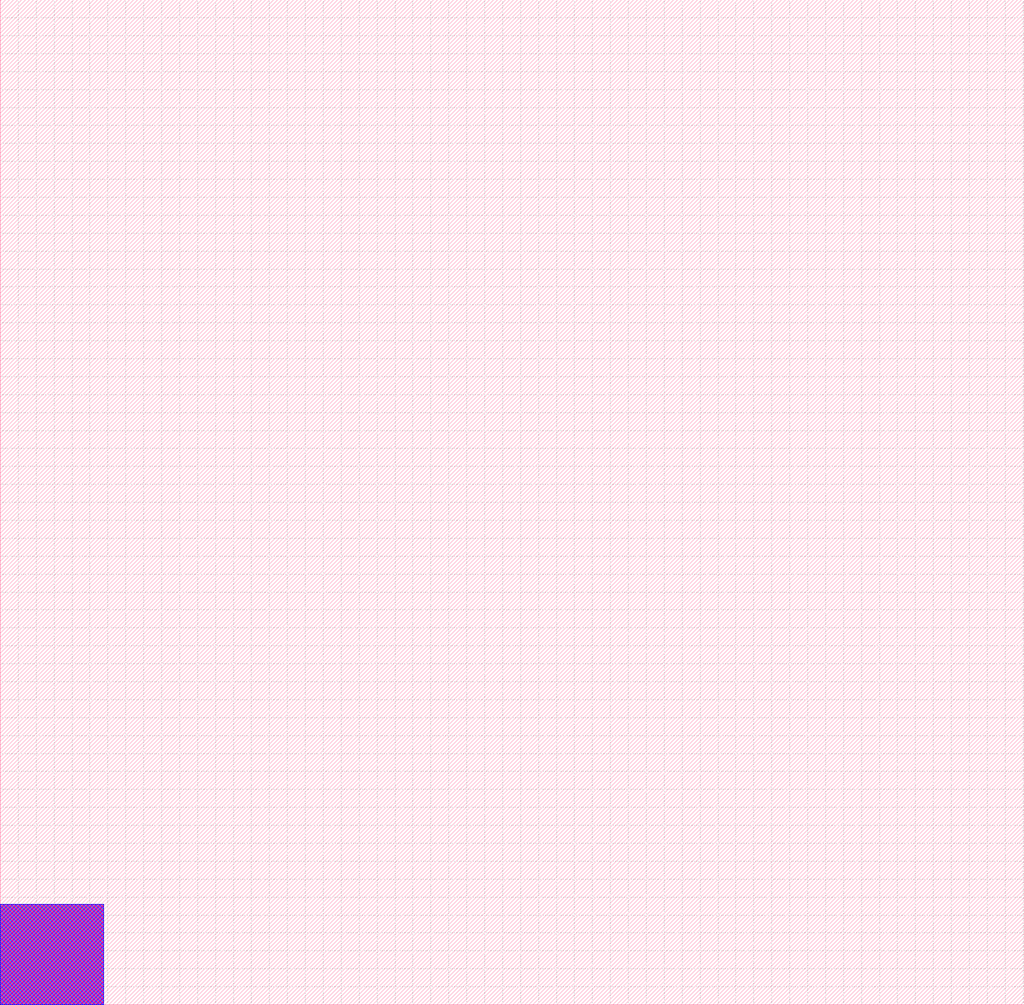
<source format=lef>
###############################################################
#  Generated by:      Cadence Innovus 21.10-p004_1
#  OS:                Linux x86_64(Host ID localhost.localdomain)
#  Generated on:      Fri Feb  3 11:39:12 2023
#  Design:            uart
#  Command:           write_lef_abstract uart.lef -top_layer 9 -stripe_pins
###############################################################

VERSION 5.8 ;

BUSBITCHARS "[]" ;
DIVIDERCHAR "/" ;

MACRO uart
  CLASS BLOCK ;
  SIZE 570.600000 BY 560.050000 ;
  FOREIGN uart 0.000000 0.000000 ;
  ORIGIN 0 0 ;
  SYMMETRY X Y R90 ;
  PIN sys_clk
    DIRECTION INPUT ;
    USE SIGNAL ;
  END sys_clk
  PIN sys_rst
    DIRECTION INPUT ;
    USE SIGNAL ;
  END sys_rst
  PIN csr_a[13]
    DIRECTION INPUT ;
    USE SIGNAL ;
  END csr_a[13]
  PIN csr_a[12]
    DIRECTION INPUT ;
    USE SIGNAL ;
  END csr_a[12]
  PIN csr_a[11]
    DIRECTION INPUT ;
    USE SIGNAL ;
  END csr_a[11]
  PIN csr_a[10]
    DIRECTION INPUT ;
    USE SIGNAL ;
  END csr_a[10]
  PIN csr_a[9]
    DIRECTION INPUT ;
    USE SIGNAL ;
  END csr_a[9]
  PIN csr_a[8]
    DIRECTION INPUT ;
    USE SIGNAL ;
  END csr_a[8]
  PIN csr_a[7]
    DIRECTION INPUT ;
    USE SIGNAL ;
  END csr_a[7]
  PIN csr_a[6]
    DIRECTION INPUT ;
    USE SIGNAL ;
  END csr_a[6]
  PIN csr_a[5]
    DIRECTION INPUT ;
    USE SIGNAL ;
  END csr_a[5]
  PIN csr_a[4]
    DIRECTION INPUT ;
    USE SIGNAL ;
  END csr_a[4]
  PIN csr_a[3]
    DIRECTION INPUT ;
    USE SIGNAL ;
  END csr_a[3]
  PIN csr_a[2]
    DIRECTION INPUT ;
    USE SIGNAL ;
  END csr_a[2]
  PIN csr_a[1]
    DIRECTION INPUT ;
    USE SIGNAL ;
  END csr_a[1]
  PIN csr_a[0]
    DIRECTION INPUT ;
    USE SIGNAL ;
  END csr_a[0]
  PIN csr_we
    DIRECTION INPUT ;
    USE SIGNAL ;
  END csr_we
  PIN csr_di[31]
    DIRECTION INPUT ;
    USE SIGNAL ;
  END csr_di[31]
  PIN csr_di[30]
    DIRECTION INPUT ;
    USE SIGNAL ;
  END csr_di[30]
  PIN csr_di[29]
    DIRECTION INPUT ;
    USE SIGNAL ;
  END csr_di[29]
  PIN csr_di[28]
    DIRECTION INPUT ;
    USE SIGNAL ;
  END csr_di[28]
  PIN csr_di[27]
    DIRECTION INPUT ;
    USE SIGNAL ;
  END csr_di[27]
  PIN csr_di[26]
    DIRECTION INPUT ;
    USE SIGNAL ;
  END csr_di[26]
  PIN csr_di[25]
    DIRECTION INPUT ;
    USE SIGNAL ;
  END csr_di[25]
  PIN csr_di[24]
    DIRECTION INPUT ;
    USE SIGNAL ;
  END csr_di[24]
  PIN csr_di[23]
    DIRECTION INPUT ;
    USE SIGNAL ;
  END csr_di[23]
  PIN csr_di[22]
    DIRECTION INPUT ;
    USE SIGNAL ;
  END csr_di[22]
  PIN csr_di[21]
    DIRECTION INPUT ;
    USE SIGNAL ;
  END csr_di[21]
  PIN csr_di[20]
    DIRECTION INPUT ;
    USE SIGNAL ;
  END csr_di[20]
  PIN csr_di[19]
    DIRECTION INPUT ;
    USE SIGNAL ;
  END csr_di[19]
  PIN csr_di[18]
    DIRECTION INPUT ;
    USE SIGNAL ;
  END csr_di[18]
  PIN csr_di[17]
    DIRECTION INPUT ;
    USE SIGNAL ;
  END csr_di[17]
  PIN csr_di[16]
    DIRECTION INPUT ;
    USE SIGNAL ;
  END csr_di[16]
  PIN csr_di[15]
    DIRECTION INPUT ;
    USE SIGNAL ;
  END csr_di[15]
  PIN csr_di[14]
    DIRECTION INPUT ;
    USE SIGNAL ;
  END csr_di[14]
  PIN csr_di[13]
    DIRECTION INPUT ;
    USE SIGNAL ;
  END csr_di[13]
  PIN csr_di[12]
    DIRECTION INPUT ;
    USE SIGNAL ;
  END csr_di[12]
  PIN csr_di[11]
    DIRECTION INPUT ;
    USE SIGNAL ;
  END csr_di[11]
  PIN csr_di[10]
    DIRECTION INPUT ;
    USE SIGNAL ;
  END csr_di[10]
  PIN csr_di[9]
    DIRECTION INPUT ;
    USE SIGNAL ;
  END csr_di[9]
  PIN csr_di[8]
    DIRECTION INPUT ;
    USE SIGNAL ;
  END csr_di[8]
  PIN csr_di[7]
    DIRECTION INPUT ;
    USE SIGNAL ;
  END csr_di[7]
  PIN csr_di[6]
    DIRECTION INPUT ;
    USE SIGNAL ;
  END csr_di[6]
  PIN csr_di[5]
    DIRECTION INPUT ;
    USE SIGNAL ;
  END csr_di[5]
  PIN csr_di[4]
    DIRECTION INPUT ;
    USE SIGNAL ;
  END csr_di[4]
  PIN csr_di[3]
    DIRECTION INPUT ;
    USE SIGNAL ;
  END csr_di[3]
  PIN csr_di[2]
    DIRECTION INPUT ;
    USE SIGNAL ;
  END csr_di[2]
  PIN csr_di[1]
    DIRECTION INPUT ;
    USE SIGNAL ;
  END csr_di[1]
  PIN csr_di[0]
    DIRECTION INPUT ;
    USE SIGNAL ;
  END csr_di[0]
  PIN csr_do[31]
    DIRECTION OUTPUT ;
    USE SIGNAL ;
  END csr_do[31]
  PIN csr_do[30]
    DIRECTION OUTPUT ;
    USE SIGNAL ;
  END csr_do[30]
  PIN csr_do[29]
    DIRECTION OUTPUT ;
    USE SIGNAL ;
  END csr_do[29]
  PIN csr_do[28]
    DIRECTION OUTPUT ;
    USE SIGNAL ;
  END csr_do[28]
  PIN csr_do[27]
    DIRECTION OUTPUT ;
    USE SIGNAL ;
  END csr_do[27]
  PIN csr_do[26]
    DIRECTION OUTPUT ;
    USE SIGNAL ;
  END csr_do[26]
  PIN csr_do[25]
    DIRECTION OUTPUT ;
    USE SIGNAL ;
  END csr_do[25]
  PIN csr_do[24]
    DIRECTION OUTPUT ;
    USE SIGNAL ;
  END csr_do[24]
  PIN csr_do[23]
    DIRECTION OUTPUT ;
    USE SIGNAL ;
  END csr_do[23]
  PIN csr_do[22]
    DIRECTION OUTPUT ;
    USE SIGNAL ;
  END csr_do[22]
  PIN csr_do[21]
    DIRECTION OUTPUT ;
    USE SIGNAL ;
  END csr_do[21]
  PIN csr_do[20]
    DIRECTION OUTPUT ;
    USE SIGNAL ;
  END csr_do[20]
  PIN csr_do[19]
    DIRECTION OUTPUT ;
    USE SIGNAL ;
  END csr_do[19]
  PIN csr_do[18]
    DIRECTION OUTPUT ;
    USE SIGNAL ;
  END csr_do[18]
  PIN csr_do[17]
    DIRECTION OUTPUT ;
    USE SIGNAL ;
  END csr_do[17]
  PIN csr_do[16]
    DIRECTION OUTPUT ;
    USE SIGNAL ;
  END csr_do[16]
  PIN csr_do[15]
    DIRECTION OUTPUT ;
    USE SIGNAL ;
  END csr_do[15]
  PIN csr_do[14]
    DIRECTION OUTPUT ;
    USE SIGNAL ;
  END csr_do[14]
  PIN csr_do[13]
    DIRECTION OUTPUT ;
    USE SIGNAL ;
  END csr_do[13]
  PIN csr_do[12]
    DIRECTION OUTPUT ;
    USE SIGNAL ;
  END csr_do[12]
  PIN csr_do[11]
    DIRECTION OUTPUT ;
    USE SIGNAL ;
  END csr_do[11]
  PIN csr_do[10]
    DIRECTION OUTPUT ;
    USE SIGNAL ;
  END csr_do[10]
  PIN csr_do[9]
    DIRECTION OUTPUT ;
    USE SIGNAL ;
  END csr_do[9]
  PIN csr_do[8]
    DIRECTION OUTPUT ;
    USE SIGNAL ;
  END csr_do[8]
  PIN csr_do[7]
    DIRECTION OUTPUT ;
    USE SIGNAL ;
  END csr_do[7]
  PIN csr_do[6]
    DIRECTION OUTPUT ;
    USE SIGNAL ;
  END csr_do[6]
  PIN csr_do[5]
    DIRECTION OUTPUT ;
    USE SIGNAL ;
  END csr_do[5]
  PIN csr_do[4]
    DIRECTION OUTPUT ;
    USE SIGNAL ;
  END csr_do[4]
  PIN csr_do[3]
    DIRECTION OUTPUT ;
    USE SIGNAL ;
  END csr_do[3]
  PIN csr_do[2]
    DIRECTION OUTPUT ;
    USE SIGNAL ;
  END csr_do[2]
  PIN csr_do[1]
    DIRECTION OUTPUT ;
    USE SIGNAL ;
  END csr_do[1]
  PIN csr_do[0]
    DIRECTION OUTPUT ;
    USE SIGNAL ;
  END csr_do[0]
  PIN rx_irq
    DIRECTION OUTPUT ;
    USE SIGNAL ;
  END rx_irq
  PIN tx_irq
    DIRECTION OUTPUT ;
    USE SIGNAL ;
  END tx_irq
  PIN uart_rx
    DIRECTION INPUT ;
    USE SIGNAL ;
  END uart_rx
  PIN uart_tx
    DIRECTION OUTPUT ;
    USE SIGNAL ;
  END uart_tx
  OBS
    LAYER Metal1 ;
      RECT 0.000000 0.000000 57.600000 56.050000 ;
    LAYER Metal2 ;
      RECT 0.000000 0.000000 57.600000 56.050000 ;
    LAYER Metal3 ;
      RECT 0.000000 0.000000 57.600000 56.050000 ;
    LAYER Metal4 ;
      RECT 0.000000 0.000000 57.600000 56.050000 ;
    LAYER Metal5 ;
      RECT 0.000000 0.000000 57.600000 56.050000 ;
    LAYER Metal6 ;
      RECT 0.000000 0.000000 57.600000 56.050000 ;
    LAYER Metal7 ;
      RECT 0.000000 0.000000 57.600000 56.050000 ;
    LAYER Metal8 ;
      RECT 0.000000 0.000000 57.600000 56.050000 ;
    LAYER Metal9 ;
      RECT 0.000000 0.000000 57.600000 56.050000 ;
  END
END uart

END LIBRARY

</source>
